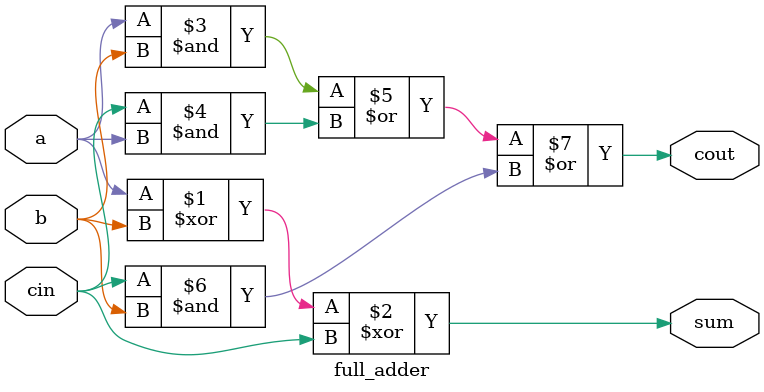
<source format=sv>
`timescale 1ns / 1ps

module full_adder(
    input a,
    input b,
    input cin,
    output sum,
    output cout
);

    assign sum = a ^ b ^ cin;
    assign cout = (a & b) | (cin & a) | (cin & b);
    // Here is a slightly faster implementation of calculating cout:
    // assign cout = (a & b) | (cin & (a ^ b));
    // This allows us to reuse the (a ^ b) calculation, 

endmodule
</source>
